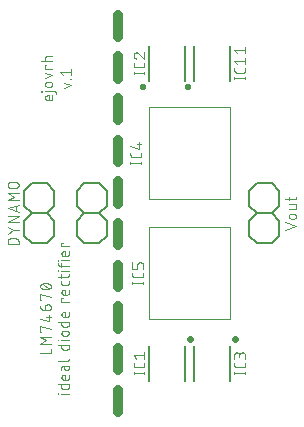
<source format=gbr>
G04 EAGLE Gerber X2 export*
%TF.Part,Single*%
%TF.FileFunction,Legend,Top,1*%
%TF.FilePolarity,Positive*%
%TF.GenerationSoftware,Autodesk,EAGLE,8.6.1*%
%TF.CreationDate,2018-02-11T16:56:18Z*%
G75*
%MOMM*%
%FSLAX34Y34*%
%LPD*%
%AMOC8*
5,1,8,0,0,1.08239X$1,22.5*%
G01*
%ADD10C,0.076200*%
%ADD11C,0.812800*%
%ADD12C,0.127000*%
%ADD13C,0.300000*%
%ADD14C,0.100000*%
%ADD15C,0.152400*%


D10*
X36369Y179959D02*
X27131Y179959D01*
X27131Y182525D01*
X27133Y182623D01*
X27139Y182721D01*
X27148Y182819D01*
X27161Y182917D01*
X27178Y183014D01*
X27198Y183110D01*
X27223Y183205D01*
X27251Y183299D01*
X27282Y183392D01*
X27317Y183484D01*
X27356Y183575D01*
X27397Y183664D01*
X27443Y183751D01*
X27491Y183836D01*
X27543Y183920D01*
X27598Y184001D01*
X27656Y184081D01*
X27717Y184158D01*
X27781Y184232D01*
X27848Y184304D01*
X27918Y184374D01*
X27990Y184441D01*
X28064Y184505D01*
X28141Y184566D01*
X28221Y184624D01*
X28302Y184679D01*
X28386Y184731D01*
X28471Y184779D01*
X28558Y184825D01*
X28647Y184866D01*
X28738Y184905D01*
X28830Y184940D01*
X28923Y184971D01*
X29017Y184999D01*
X29112Y185024D01*
X29208Y185044D01*
X29305Y185061D01*
X29403Y185074D01*
X29501Y185083D01*
X29599Y185089D01*
X29697Y185091D01*
X33803Y185091D01*
X33901Y185089D01*
X33999Y185083D01*
X34097Y185074D01*
X34195Y185061D01*
X34292Y185044D01*
X34388Y185024D01*
X34483Y184999D01*
X34577Y184971D01*
X34670Y184940D01*
X34762Y184905D01*
X34853Y184866D01*
X34942Y184825D01*
X35029Y184779D01*
X35114Y184731D01*
X35198Y184679D01*
X35279Y184624D01*
X35359Y184566D01*
X35436Y184505D01*
X35510Y184441D01*
X35582Y184374D01*
X35652Y184304D01*
X35719Y184232D01*
X35783Y184158D01*
X35844Y184081D01*
X35902Y184001D01*
X35957Y183920D01*
X36009Y183836D01*
X36057Y183751D01*
X36103Y183664D01*
X36144Y183575D01*
X36183Y183484D01*
X36218Y183392D01*
X36249Y183299D01*
X36277Y183205D01*
X36302Y183110D01*
X36322Y183014D01*
X36339Y182917D01*
X36352Y182819D01*
X36361Y182721D01*
X36367Y182623D01*
X36369Y182525D01*
X36369Y179959D01*
X27131Y188746D02*
X31493Y191825D01*
X27131Y194904D01*
X31493Y191825D02*
X36369Y191825D01*
X36369Y198559D02*
X27131Y198559D01*
X36369Y203691D01*
X27131Y203691D01*
X27131Y210425D02*
X36369Y207346D01*
X36369Y213504D02*
X27131Y210425D01*
X34060Y212734D02*
X34060Y208115D01*
X36369Y217246D02*
X27131Y217246D01*
X32263Y220325D01*
X27131Y223404D01*
X36369Y223404D01*
X33803Y227659D02*
X29697Y227659D01*
X29598Y227661D01*
X29498Y227667D01*
X29399Y227676D01*
X29301Y227690D01*
X29203Y227707D01*
X29105Y227728D01*
X29009Y227753D01*
X28914Y227782D01*
X28819Y227814D01*
X28727Y227850D01*
X28635Y227889D01*
X28545Y227932D01*
X28457Y227978D01*
X28371Y228028D01*
X28287Y228081D01*
X28205Y228137D01*
X28125Y228197D01*
X28048Y228259D01*
X27973Y228325D01*
X27900Y228393D01*
X27831Y228464D01*
X27764Y228538D01*
X27700Y228614D01*
X27639Y228693D01*
X27581Y228774D01*
X27526Y228857D01*
X27475Y228942D01*
X27427Y229029D01*
X27382Y229118D01*
X27341Y229209D01*
X27303Y229301D01*
X27269Y229394D01*
X27239Y229489D01*
X27212Y229585D01*
X27189Y229682D01*
X27170Y229779D01*
X27155Y229878D01*
X27143Y229977D01*
X27135Y230076D01*
X27131Y230175D01*
X27131Y230275D01*
X27135Y230374D01*
X27143Y230473D01*
X27155Y230572D01*
X27170Y230671D01*
X27189Y230768D01*
X27212Y230865D01*
X27239Y230961D01*
X27269Y231056D01*
X27303Y231149D01*
X27341Y231241D01*
X27382Y231332D01*
X27427Y231421D01*
X27475Y231508D01*
X27526Y231593D01*
X27581Y231676D01*
X27639Y231757D01*
X27700Y231836D01*
X27764Y231912D01*
X27831Y231986D01*
X27900Y232057D01*
X27973Y232125D01*
X28048Y232191D01*
X28125Y232253D01*
X28205Y232313D01*
X28287Y232369D01*
X28371Y232422D01*
X28457Y232472D01*
X28545Y232518D01*
X28635Y232561D01*
X28727Y232600D01*
X28819Y232636D01*
X28914Y232668D01*
X29009Y232697D01*
X29105Y232722D01*
X29203Y232743D01*
X29301Y232760D01*
X29399Y232774D01*
X29498Y232783D01*
X29598Y232789D01*
X29697Y232791D01*
X33803Y232791D01*
X33902Y232789D01*
X34002Y232783D01*
X34101Y232774D01*
X34199Y232760D01*
X34297Y232743D01*
X34395Y232722D01*
X34491Y232697D01*
X34586Y232668D01*
X34681Y232636D01*
X34773Y232600D01*
X34865Y232561D01*
X34955Y232518D01*
X35043Y232472D01*
X35129Y232422D01*
X35213Y232369D01*
X35295Y232313D01*
X35375Y232253D01*
X35452Y232191D01*
X35527Y232125D01*
X35600Y232057D01*
X35669Y231986D01*
X35736Y231912D01*
X35800Y231836D01*
X35861Y231757D01*
X35919Y231676D01*
X35974Y231593D01*
X36025Y231508D01*
X36073Y231421D01*
X36118Y231332D01*
X36159Y231241D01*
X36197Y231149D01*
X36231Y231056D01*
X36261Y230961D01*
X36288Y230865D01*
X36311Y230768D01*
X36330Y230671D01*
X36345Y230572D01*
X36357Y230473D01*
X36365Y230374D01*
X36369Y230275D01*
X36369Y230175D01*
X36365Y230076D01*
X36357Y229977D01*
X36345Y229878D01*
X36330Y229779D01*
X36311Y229682D01*
X36288Y229585D01*
X36261Y229489D01*
X36231Y229394D01*
X36197Y229301D01*
X36159Y229209D01*
X36118Y229118D01*
X36073Y229029D01*
X36025Y228942D01*
X35974Y228857D01*
X35919Y228774D01*
X35861Y228693D01*
X35800Y228614D01*
X35736Y228538D01*
X35669Y228464D01*
X35600Y228393D01*
X35527Y228325D01*
X35452Y228259D01*
X35375Y228197D01*
X35295Y228137D01*
X35213Y228081D01*
X35129Y228028D01*
X35043Y227978D01*
X34955Y227932D01*
X34865Y227889D01*
X34773Y227850D01*
X34681Y227814D01*
X34586Y227782D01*
X34491Y227753D01*
X34395Y227728D01*
X34297Y227707D01*
X34199Y227690D01*
X34101Y227676D01*
X34002Y227667D01*
X33902Y227661D01*
X33803Y227659D01*
X262081Y192401D02*
X271319Y195480D01*
X262081Y198560D01*
X267213Y201827D02*
X269266Y201827D01*
X267213Y201827D02*
X267123Y201829D01*
X267034Y201835D01*
X266945Y201845D01*
X266857Y201858D01*
X266769Y201876D01*
X266682Y201897D01*
X266596Y201922D01*
X266511Y201951D01*
X266427Y201983D01*
X266345Y202019D01*
X266265Y202059D01*
X266187Y202102D01*
X266110Y202149D01*
X266035Y202198D01*
X265963Y202251D01*
X265893Y202307D01*
X265826Y202366D01*
X265761Y202428D01*
X265699Y202493D01*
X265640Y202560D01*
X265584Y202630D01*
X265531Y202702D01*
X265482Y202777D01*
X265435Y202854D01*
X265392Y202932D01*
X265352Y203012D01*
X265316Y203094D01*
X265284Y203178D01*
X265255Y203263D01*
X265230Y203349D01*
X265209Y203436D01*
X265191Y203524D01*
X265178Y203612D01*
X265168Y203701D01*
X265162Y203790D01*
X265160Y203880D01*
X265162Y203970D01*
X265168Y204059D01*
X265178Y204148D01*
X265191Y204236D01*
X265209Y204324D01*
X265230Y204411D01*
X265255Y204497D01*
X265284Y204582D01*
X265316Y204666D01*
X265352Y204748D01*
X265392Y204828D01*
X265435Y204907D01*
X265482Y204983D01*
X265531Y205058D01*
X265584Y205130D01*
X265640Y205200D01*
X265699Y205267D01*
X265761Y205332D01*
X265826Y205394D01*
X265893Y205453D01*
X265963Y205509D01*
X266035Y205562D01*
X266110Y205611D01*
X266187Y205658D01*
X266265Y205701D01*
X266345Y205741D01*
X266427Y205777D01*
X266511Y205809D01*
X266596Y205838D01*
X266682Y205863D01*
X266769Y205884D01*
X266857Y205902D01*
X266945Y205915D01*
X267034Y205925D01*
X267123Y205931D01*
X267213Y205933D01*
X269266Y205933D01*
X269356Y205931D01*
X269445Y205925D01*
X269534Y205915D01*
X269622Y205902D01*
X269710Y205884D01*
X269797Y205863D01*
X269883Y205838D01*
X269968Y205809D01*
X270052Y205777D01*
X270134Y205741D01*
X270214Y205701D01*
X270293Y205658D01*
X270369Y205611D01*
X270444Y205562D01*
X270516Y205509D01*
X270586Y205453D01*
X270653Y205394D01*
X270718Y205332D01*
X270780Y205267D01*
X270839Y205200D01*
X270895Y205130D01*
X270948Y205058D01*
X270997Y204983D01*
X271044Y204907D01*
X271087Y204828D01*
X271127Y204748D01*
X271163Y204666D01*
X271195Y204582D01*
X271224Y204497D01*
X271249Y204411D01*
X271270Y204324D01*
X271288Y204236D01*
X271301Y204148D01*
X271311Y204059D01*
X271317Y203970D01*
X271319Y203880D01*
X271317Y203790D01*
X271311Y203701D01*
X271301Y203612D01*
X271288Y203524D01*
X271270Y203436D01*
X271249Y203349D01*
X271224Y203263D01*
X271195Y203178D01*
X271163Y203094D01*
X271127Y203012D01*
X271087Y202932D01*
X271044Y202854D01*
X270997Y202777D01*
X270948Y202702D01*
X270895Y202630D01*
X270839Y202560D01*
X270780Y202493D01*
X270718Y202428D01*
X270653Y202366D01*
X270586Y202307D01*
X270516Y202251D01*
X270444Y202198D01*
X270369Y202149D01*
X270293Y202102D01*
X270214Y202059D01*
X270134Y202019D01*
X270052Y201983D01*
X269968Y201951D01*
X269883Y201922D01*
X269797Y201897D01*
X269710Y201876D01*
X269622Y201858D01*
X269534Y201845D01*
X269445Y201835D01*
X269356Y201829D01*
X269266Y201827D01*
X269779Y209927D02*
X265160Y209927D01*
X269779Y209927D02*
X269855Y209929D01*
X269930Y209934D01*
X270005Y209944D01*
X270079Y209957D01*
X270153Y209973D01*
X270226Y209993D01*
X270298Y210017D01*
X270368Y210044D01*
X270437Y210075D01*
X270505Y210109D01*
X270571Y210146D01*
X270635Y210187D01*
X270696Y210230D01*
X270756Y210277D01*
X270813Y210326D01*
X270868Y210378D01*
X270920Y210433D01*
X270969Y210490D01*
X271016Y210550D01*
X271059Y210611D01*
X271100Y210675D01*
X271137Y210741D01*
X271171Y210809D01*
X271202Y210878D01*
X271229Y210948D01*
X271253Y211020D01*
X271273Y211093D01*
X271289Y211167D01*
X271302Y211241D01*
X271312Y211316D01*
X271317Y211391D01*
X271319Y211467D01*
X271319Y214033D01*
X265160Y214033D01*
X265160Y217270D02*
X265160Y220349D01*
X262081Y218296D02*
X269779Y218296D01*
X269855Y218298D01*
X269930Y218303D01*
X270005Y218313D01*
X270079Y218326D01*
X270153Y218342D01*
X270226Y218362D01*
X270298Y218386D01*
X270368Y218413D01*
X270437Y218444D01*
X270505Y218478D01*
X270571Y218515D01*
X270635Y218556D01*
X270696Y218599D01*
X270756Y218646D01*
X270813Y218695D01*
X270868Y218747D01*
X270920Y218802D01*
X270969Y218859D01*
X271016Y218919D01*
X271059Y218980D01*
X271100Y219044D01*
X271137Y219110D01*
X271171Y219178D01*
X271202Y219247D01*
X271229Y219317D01*
X271253Y219389D01*
X271273Y219462D01*
X271289Y219536D01*
X271302Y219610D01*
X271312Y219685D01*
X271317Y219760D01*
X271319Y219836D01*
X271319Y220349D01*
X63794Y87768D02*
X54556Y87768D01*
X63794Y87768D02*
X63794Y91873D01*
X63794Y95637D02*
X54556Y95637D01*
X59688Y98716D01*
X54556Y101796D01*
X63794Y101796D01*
X55582Y106050D02*
X54556Y106050D01*
X54556Y111182D01*
X63794Y108616D01*
X61741Y115050D02*
X54556Y117103D01*
X61741Y115050D02*
X61741Y120182D01*
X59688Y118643D02*
X63794Y118643D01*
X58662Y124050D02*
X58662Y127129D01*
X58664Y127219D01*
X58670Y127308D01*
X58680Y127397D01*
X58693Y127486D01*
X58711Y127573D01*
X58732Y127660D01*
X58757Y127746D01*
X58786Y127831D01*
X58818Y127915D01*
X58854Y127997D01*
X58894Y128077D01*
X58937Y128156D01*
X58984Y128232D01*
X59033Y128307D01*
X59086Y128379D01*
X59142Y128449D01*
X59201Y128516D01*
X59263Y128581D01*
X59328Y128643D01*
X59395Y128702D01*
X59465Y128758D01*
X59537Y128811D01*
X59612Y128860D01*
X59689Y128907D01*
X59767Y128950D01*
X59847Y128990D01*
X59929Y129026D01*
X60013Y129058D01*
X60098Y129087D01*
X60184Y129112D01*
X60271Y129133D01*
X60359Y129151D01*
X60447Y129164D01*
X60536Y129174D01*
X60625Y129180D01*
X60715Y129182D01*
X61228Y129182D01*
X61327Y129180D01*
X61427Y129174D01*
X61526Y129165D01*
X61624Y129151D01*
X61722Y129134D01*
X61820Y129113D01*
X61916Y129088D01*
X62011Y129059D01*
X62106Y129027D01*
X62198Y128991D01*
X62290Y128952D01*
X62380Y128909D01*
X62468Y128863D01*
X62554Y128813D01*
X62638Y128760D01*
X62720Y128704D01*
X62800Y128644D01*
X62877Y128582D01*
X62952Y128516D01*
X63025Y128448D01*
X63094Y128377D01*
X63161Y128303D01*
X63225Y128227D01*
X63286Y128148D01*
X63344Y128067D01*
X63399Y127984D01*
X63450Y127899D01*
X63498Y127812D01*
X63543Y127723D01*
X63584Y127632D01*
X63622Y127540D01*
X63656Y127447D01*
X63686Y127352D01*
X63713Y127256D01*
X63736Y127159D01*
X63755Y127062D01*
X63770Y126963D01*
X63782Y126864D01*
X63790Y126765D01*
X63794Y126666D01*
X63794Y126566D01*
X63790Y126467D01*
X63782Y126368D01*
X63770Y126269D01*
X63755Y126170D01*
X63736Y126073D01*
X63713Y125976D01*
X63686Y125880D01*
X63656Y125785D01*
X63622Y125692D01*
X63584Y125600D01*
X63543Y125509D01*
X63498Y125420D01*
X63450Y125333D01*
X63399Y125248D01*
X63344Y125165D01*
X63286Y125084D01*
X63225Y125005D01*
X63161Y124929D01*
X63094Y124855D01*
X63025Y124784D01*
X62952Y124716D01*
X62877Y124650D01*
X62800Y124588D01*
X62720Y124528D01*
X62638Y124472D01*
X62554Y124419D01*
X62468Y124369D01*
X62380Y124323D01*
X62290Y124280D01*
X62198Y124241D01*
X62106Y124205D01*
X62011Y124173D01*
X61916Y124144D01*
X61820Y124119D01*
X61722Y124098D01*
X61624Y124081D01*
X61526Y124067D01*
X61427Y124058D01*
X61327Y124052D01*
X61228Y124050D01*
X58662Y124050D01*
X58536Y124052D01*
X58409Y124058D01*
X58283Y124068D01*
X58157Y124081D01*
X58032Y124099D01*
X57908Y124120D01*
X57784Y124145D01*
X57660Y124174D01*
X57538Y124207D01*
X57417Y124243D01*
X57297Y124283D01*
X57179Y124327D01*
X57062Y124375D01*
X56946Y124426D01*
X56832Y124480D01*
X56719Y124539D01*
X56609Y124600D01*
X56500Y124665D01*
X56394Y124733D01*
X56290Y124805D01*
X56188Y124879D01*
X56088Y124957D01*
X55991Y125038D01*
X55896Y125122D01*
X55804Y125208D01*
X55714Y125298D01*
X55628Y125390D01*
X55544Y125485D01*
X55463Y125582D01*
X55385Y125682D01*
X55311Y125784D01*
X55239Y125888D01*
X55171Y125994D01*
X55106Y126103D01*
X55045Y126213D01*
X54986Y126326D01*
X54932Y126440D01*
X54881Y126555D01*
X54833Y126673D01*
X54789Y126791D01*
X54749Y126911D01*
X54713Y127032D01*
X54680Y127154D01*
X54651Y127278D01*
X54626Y127401D01*
X54605Y127526D01*
X54587Y127651D01*
X54574Y127777D01*
X54564Y127903D01*
X54558Y128029D01*
X54556Y128156D01*
X54556Y133050D02*
X55582Y133050D01*
X54556Y133050D02*
X54556Y138182D01*
X63794Y135616D01*
X59175Y142050D02*
X58993Y142052D01*
X58812Y142059D01*
X58630Y142070D01*
X58449Y142085D01*
X58268Y142104D01*
X58088Y142128D01*
X57909Y142156D01*
X57730Y142188D01*
X57552Y142225D01*
X57375Y142266D01*
X57199Y142311D01*
X57024Y142360D01*
X56850Y142414D01*
X56678Y142471D01*
X56507Y142533D01*
X56337Y142599D01*
X56169Y142668D01*
X56003Y142742D01*
X55839Y142820D01*
X55760Y142849D01*
X55683Y142881D01*
X55606Y142917D01*
X55532Y142956D01*
X55459Y142999D01*
X55389Y143045D01*
X55320Y143093D01*
X55254Y143145D01*
X55190Y143200D01*
X55128Y143257D01*
X55070Y143317D01*
X55013Y143380D01*
X54960Y143445D01*
X54910Y143512D01*
X54862Y143582D01*
X54818Y143653D01*
X54777Y143727D01*
X54739Y143802D01*
X54705Y143879D01*
X54674Y143957D01*
X54647Y144036D01*
X54623Y144117D01*
X54602Y144199D01*
X54586Y144281D01*
X54573Y144364D01*
X54563Y144448D01*
X54558Y144532D01*
X54556Y144616D01*
X54558Y144700D01*
X54563Y144784D01*
X54573Y144868D01*
X54586Y144951D01*
X54602Y145033D01*
X54623Y145115D01*
X54647Y145196D01*
X54674Y145275D01*
X54705Y145353D01*
X54739Y145430D01*
X54777Y145505D01*
X54818Y145579D01*
X54862Y145650D01*
X54910Y145720D01*
X54960Y145787D01*
X55013Y145852D01*
X55070Y145915D01*
X55129Y145975D01*
X55190Y146032D01*
X55254Y146087D01*
X55320Y146139D01*
X55389Y146187D01*
X55459Y146233D01*
X55532Y146276D01*
X55607Y146315D01*
X55683Y146351D01*
X55760Y146383D01*
X55839Y146412D01*
X55839Y146413D02*
X56003Y146491D01*
X56169Y146565D01*
X56337Y146634D01*
X56507Y146700D01*
X56678Y146762D01*
X56850Y146819D01*
X57024Y146873D01*
X57199Y146922D01*
X57375Y146967D01*
X57552Y147008D01*
X57730Y147045D01*
X57909Y147077D01*
X58088Y147105D01*
X58268Y147129D01*
X58449Y147148D01*
X58630Y147163D01*
X58812Y147174D01*
X58993Y147181D01*
X59175Y147183D01*
X59175Y142050D02*
X59357Y142052D01*
X59538Y142059D01*
X59720Y142070D01*
X59901Y142085D01*
X60082Y142104D01*
X60262Y142128D01*
X60441Y142156D01*
X60620Y142188D01*
X60798Y142225D01*
X60975Y142266D01*
X61151Y142311D01*
X61326Y142360D01*
X61500Y142414D01*
X61672Y142471D01*
X61843Y142533D01*
X62013Y142599D01*
X62181Y142668D01*
X62347Y142742D01*
X62511Y142820D01*
X62590Y142849D01*
X62667Y142881D01*
X62744Y142917D01*
X62818Y142956D01*
X62891Y142999D01*
X62961Y143045D01*
X63030Y143093D01*
X63096Y143145D01*
X63160Y143200D01*
X63222Y143257D01*
X63280Y143317D01*
X63337Y143380D01*
X63390Y143445D01*
X63440Y143512D01*
X63488Y143582D01*
X63532Y143653D01*
X63573Y143727D01*
X63611Y143802D01*
X63645Y143879D01*
X63676Y143957D01*
X63703Y144036D01*
X63727Y144117D01*
X63748Y144199D01*
X63764Y144281D01*
X63777Y144364D01*
X63787Y144448D01*
X63792Y144532D01*
X63794Y144616D01*
X62511Y146413D02*
X62347Y146491D01*
X62181Y146565D01*
X62013Y146634D01*
X61843Y146700D01*
X61672Y146762D01*
X61500Y146819D01*
X61326Y146873D01*
X61151Y146922D01*
X60975Y146967D01*
X60798Y147008D01*
X60620Y147045D01*
X60441Y147077D01*
X60262Y147105D01*
X60082Y147129D01*
X59901Y147148D01*
X59720Y147163D01*
X59538Y147174D01*
X59357Y147181D01*
X59175Y147183D01*
X62511Y146412D02*
X62590Y146383D01*
X62667Y146351D01*
X62744Y146315D01*
X62818Y146276D01*
X62891Y146233D01*
X62961Y146187D01*
X63030Y146139D01*
X63096Y146087D01*
X63160Y146032D01*
X63222Y145975D01*
X63280Y145915D01*
X63337Y145852D01*
X63390Y145787D01*
X63440Y145720D01*
X63488Y145650D01*
X63532Y145579D01*
X63573Y145505D01*
X63611Y145430D01*
X63645Y145353D01*
X63676Y145275D01*
X63703Y145196D01*
X63727Y145115D01*
X63748Y145033D01*
X63764Y144951D01*
X63777Y144868D01*
X63787Y144784D01*
X63792Y144700D01*
X63794Y144616D01*
X61741Y142563D02*
X56609Y146669D01*
X72635Y53765D02*
X78794Y53765D01*
X70069Y53508D02*
X69556Y53508D01*
X69556Y54021D01*
X70069Y54021D01*
X70069Y53508D01*
X69556Y61472D02*
X78794Y61472D01*
X78794Y58906D01*
X78792Y58828D01*
X78786Y58750D01*
X78776Y58673D01*
X78762Y58596D01*
X78745Y58520D01*
X78723Y58445D01*
X78698Y58371D01*
X78669Y58299D01*
X78637Y58228D01*
X78600Y58159D01*
X78561Y58091D01*
X78518Y58026D01*
X78472Y57963D01*
X78422Y57903D01*
X78370Y57845D01*
X78315Y57790D01*
X78257Y57738D01*
X78197Y57688D01*
X78134Y57642D01*
X78069Y57599D01*
X78001Y57560D01*
X77932Y57523D01*
X77861Y57491D01*
X77789Y57462D01*
X77715Y57437D01*
X77640Y57415D01*
X77564Y57398D01*
X77487Y57384D01*
X77410Y57374D01*
X77332Y57368D01*
X77254Y57366D01*
X77254Y57367D02*
X74175Y57367D01*
X74175Y57366D02*
X74099Y57368D01*
X74024Y57373D01*
X73949Y57383D01*
X73875Y57396D01*
X73801Y57412D01*
X73728Y57432D01*
X73656Y57456D01*
X73586Y57483D01*
X73517Y57514D01*
X73449Y57548D01*
X73383Y57585D01*
X73319Y57626D01*
X73258Y57669D01*
X73198Y57716D01*
X73141Y57765D01*
X73086Y57817D01*
X73034Y57872D01*
X72985Y57929D01*
X72938Y57989D01*
X72895Y58050D01*
X72854Y58114D01*
X72817Y58180D01*
X72783Y58248D01*
X72752Y58317D01*
X72725Y58387D01*
X72701Y58459D01*
X72681Y58532D01*
X72665Y58606D01*
X72652Y58680D01*
X72642Y58755D01*
X72637Y58830D01*
X72635Y58906D01*
X72635Y61472D01*
X78794Y67052D02*
X78794Y69618D01*
X78794Y67052D02*
X78792Y66974D01*
X78786Y66896D01*
X78776Y66819D01*
X78762Y66742D01*
X78745Y66666D01*
X78723Y66591D01*
X78698Y66517D01*
X78669Y66445D01*
X78637Y66374D01*
X78600Y66305D01*
X78561Y66237D01*
X78518Y66172D01*
X78472Y66109D01*
X78422Y66049D01*
X78370Y65991D01*
X78315Y65936D01*
X78257Y65884D01*
X78197Y65834D01*
X78134Y65788D01*
X78069Y65745D01*
X78001Y65706D01*
X77932Y65669D01*
X77861Y65637D01*
X77789Y65608D01*
X77715Y65583D01*
X77640Y65561D01*
X77564Y65544D01*
X77487Y65530D01*
X77410Y65520D01*
X77332Y65514D01*
X77254Y65512D01*
X74688Y65512D01*
X74598Y65514D01*
X74509Y65520D01*
X74420Y65530D01*
X74332Y65543D01*
X74244Y65561D01*
X74157Y65582D01*
X74071Y65607D01*
X73986Y65636D01*
X73902Y65668D01*
X73820Y65704D01*
X73740Y65744D01*
X73662Y65787D01*
X73585Y65834D01*
X73510Y65883D01*
X73438Y65936D01*
X73368Y65992D01*
X73301Y66051D01*
X73236Y66113D01*
X73174Y66178D01*
X73115Y66245D01*
X73059Y66315D01*
X73006Y66387D01*
X72957Y66462D01*
X72910Y66539D01*
X72867Y66617D01*
X72827Y66697D01*
X72791Y66779D01*
X72759Y66863D01*
X72730Y66948D01*
X72705Y67034D01*
X72684Y67121D01*
X72666Y67209D01*
X72653Y67297D01*
X72643Y67386D01*
X72637Y67475D01*
X72635Y67565D01*
X72637Y67655D01*
X72643Y67744D01*
X72653Y67833D01*
X72666Y67921D01*
X72684Y68009D01*
X72705Y68096D01*
X72730Y68182D01*
X72759Y68267D01*
X72791Y68351D01*
X72827Y68433D01*
X72867Y68513D01*
X72910Y68592D01*
X72957Y68668D01*
X73006Y68743D01*
X73059Y68815D01*
X73115Y68885D01*
X73174Y68952D01*
X73236Y69017D01*
X73301Y69079D01*
X73368Y69138D01*
X73438Y69194D01*
X73510Y69247D01*
X73585Y69296D01*
X73662Y69343D01*
X73740Y69386D01*
X73820Y69426D01*
X73902Y69462D01*
X73986Y69494D01*
X74071Y69523D01*
X74157Y69548D01*
X74244Y69569D01*
X74332Y69587D01*
X74420Y69600D01*
X74509Y69610D01*
X74598Y69616D01*
X74688Y69618D01*
X75715Y69618D01*
X75715Y65512D01*
X75201Y75063D02*
X75201Y77372D01*
X75202Y75063D02*
X75204Y74980D01*
X75210Y74897D01*
X75219Y74815D01*
X75233Y74733D01*
X75250Y74652D01*
X75271Y74572D01*
X75295Y74492D01*
X75323Y74414D01*
X75355Y74338D01*
X75390Y74262D01*
X75429Y74189D01*
X75471Y74118D01*
X75516Y74048D01*
X75565Y73981D01*
X75616Y73916D01*
X75671Y73853D01*
X75728Y73793D01*
X75788Y73736D01*
X75851Y73681D01*
X75916Y73630D01*
X75983Y73581D01*
X76053Y73536D01*
X76124Y73494D01*
X76197Y73455D01*
X76273Y73420D01*
X76349Y73388D01*
X76427Y73360D01*
X76507Y73336D01*
X76587Y73315D01*
X76668Y73298D01*
X76750Y73284D01*
X76832Y73275D01*
X76915Y73269D01*
X76998Y73267D01*
X77081Y73269D01*
X77164Y73275D01*
X77246Y73284D01*
X77328Y73298D01*
X77409Y73315D01*
X77489Y73336D01*
X77569Y73360D01*
X77647Y73388D01*
X77723Y73420D01*
X77799Y73455D01*
X77872Y73494D01*
X77943Y73536D01*
X78013Y73581D01*
X78080Y73630D01*
X78145Y73681D01*
X78208Y73736D01*
X78268Y73793D01*
X78325Y73853D01*
X78380Y73916D01*
X78431Y73981D01*
X78480Y74048D01*
X78525Y74118D01*
X78567Y74189D01*
X78606Y74262D01*
X78641Y74338D01*
X78673Y74414D01*
X78701Y74492D01*
X78725Y74572D01*
X78746Y74652D01*
X78763Y74733D01*
X78777Y74815D01*
X78786Y74897D01*
X78792Y74980D01*
X78794Y75063D01*
X78794Y77372D01*
X74175Y77372D01*
X74175Y77373D02*
X74097Y77371D01*
X74019Y77365D01*
X73942Y77355D01*
X73865Y77341D01*
X73789Y77324D01*
X73714Y77302D01*
X73640Y77277D01*
X73568Y77248D01*
X73497Y77216D01*
X73428Y77179D01*
X73360Y77140D01*
X73295Y77097D01*
X73232Y77051D01*
X73172Y77001D01*
X73114Y76949D01*
X73059Y76894D01*
X73007Y76836D01*
X72957Y76776D01*
X72911Y76713D01*
X72868Y76648D01*
X72829Y76580D01*
X72792Y76511D01*
X72760Y76440D01*
X72731Y76368D01*
X72706Y76294D01*
X72684Y76219D01*
X72667Y76143D01*
X72653Y76066D01*
X72643Y75989D01*
X72637Y75911D01*
X72635Y75833D01*
X72635Y73780D01*
X69556Y81534D02*
X77254Y81534D01*
X77330Y81536D01*
X77405Y81541D01*
X77480Y81551D01*
X77554Y81564D01*
X77628Y81580D01*
X77701Y81600D01*
X77773Y81624D01*
X77843Y81651D01*
X77912Y81682D01*
X77980Y81716D01*
X78046Y81753D01*
X78110Y81794D01*
X78171Y81837D01*
X78231Y81884D01*
X78288Y81933D01*
X78343Y81985D01*
X78395Y82040D01*
X78444Y82097D01*
X78491Y82157D01*
X78534Y82218D01*
X78575Y82282D01*
X78612Y82348D01*
X78646Y82416D01*
X78677Y82485D01*
X78704Y82555D01*
X78728Y82627D01*
X78748Y82700D01*
X78764Y82774D01*
X78777Y82848D01*
X78787Y82923D01*
X78792Y82998D01*
X78794Y83074D01*
X78794Y95072D02*
X69556Y95072D01*
X78794Y95072D02*
X78794Y92506D01*
X78792Y92428D01*
X78786Y92350D01*
X78776Y92273D01*
X78762Y92196D01*
X78745Y92120D01*
X78723Y92045D01*
X78698Y91971D01*
X78669Y91899D01*
X78637Y91828D01*
X78600Y91759D01*
X78561Y91691D01*
X78518Y91626D01*
X78472Y91563D01*
X78422Y91503D01*
X78370Y91445D01*
X78315Y91390D01*
X78257Y91338D01*
X78197Y91288D01*
X78134Y91242D01*
X78069Y91199D01*
X78001Y91160D01*
X77932Y91123D01*
X77861Y91091D01*
X77789Y91062D01*
X77715Y91037D01*
X77640Y91015D01*
X77564Y90998D01*
X77487Y90984D01*
X77410Y90974D01*
X77332Y90968D01*
X77254Y90966D01*
X77254Y90967D02*
X74175Y90967D01*
X74175Y90966D02*
X74099Y90968D01*
X74024Y90973D01*
X73949Y90983D01*
X73875Y90996D01*
X73801Y91012D01*
X73728Y91032D01*
X73656Y91056D01*
X73586Y91083D01*
X73517Y91114D01*
X73449Y91148D01*
X73383Y91185D01*
X73319Y91226D01*
X73258Y91269D01*
X73198Y91316D01*
X73141Y91365D01*
X73086Y91417D01*
X73034Y91472D01*
X72985Y91529D01*
X72938Y91589D01*
X72895Y91650D01*
X72854Y91714D01*
X72817Y91780D01*
X72783Y91848D01*
X72752Y91917D01*
X72725Y91987D01*
X72701Y92059D01*
X72681Y92132D01*
X72665Y92206D01*
X72652Y92280D01*
X72642Y92355D01*
X72637Y92430D01*
X72635Y92506D01*
X72635Y95072D01*
X72635Y99065D02*
X78794Y99065D01*
X70069Y98808D02*
X69556Y98808D01*
X69556Y99321D01*
X70069Y99321D01*
X70069Y98808D01*
X74688Y102712D02*
X76741Y102712D01*
X74688Y102712D02*
X74598Y102714D01*
X74509Y102720D01*
X74420Y102730D01*
X74332Y102743D01*
X74244Y102761D01*
X74157Y102782D01*
X74071Y102807D01*
X73986Y102836D01*
X73902Y102868D01*
X73820Y102904D01*
X73740Y102944D01*
X73662Y102987D01*
X73585Y103034D01*
X73510Y103083D01*
X73438Y103136D01*
X73368Y103192D01*
X73301Y103251D01*
X73236Y103313D01*
X73174Y103378D01*
X73115Y103445D01*
X73059Y103515D01*
X73006Y103587D01*
X72957Y103662D01*
X72910Y103739D01*
X72867Y103817D01*
X72827Y103897D01*
X72791Y103979D01*
X72759Y104063D01*
X72730Y104148D01*
X72705Y104234D01*
X72684Y104321D01*
X72666Y104409D01*
X72653Y104497D01*
X72643Y104586D01*
X72637Y104675D01*
X72635Y104765D01*
X72637Y104855D01*
X72643Y104944D01*
X72653Y105033D01*
X72666Y105121D01*
X72684Y105209D01*
X72705Y105296D01*
X72730Y105382D01*
X72759Y105467D01*
X72791Y105551D01*
X72827Y105633D01*
X72867Y105713D01*
X72910Y105792D01*
X72957Y105868D01*
X73006Y105943D01*
X73059Y106015D01*
X73115Y106085D01*
X73174Y106152D01*
X73236Y106217D01*
X73301Y106279D01*
X73368Y106338D01*
X73438Y106394D01*
X73510Y106447D01*
X73585Y106496D01*
X73662Y106543D01*
X73740Y106586D01*
X73820Y106626D01*
X73902Y106662D01*
X73986Y106694D01*
X74071Y106723D01*
X74157Y106748D01*
X74244Y106769D01*
X74332Y106787D01*
X74420Y106800D01*
X74509Y106810D01*
X74598Y106816D01*
X74688Y106818D01*
X74688Y106817D02*
X76741Y106817D01*
X76741Y106818D02*
X76831Y106816D01*
X76920Y106810D01*
X77009Y106800D01*
X77097Y106787D01*
X77185Y106769D01*
X77272Y106748D01*
X77358Y106723D01*
X77443Y106694D01*
X77527Y106662D01*
X77609Y106626D01*
X77689Y106586D01*
X77768Y106543D01*
X77844Y106496D01*
X77919Y106447D01*
X77991Y106394D01*
X78061Y106338D01*
X78128Y106279D01*
X78193Y106217D01*
X78255Y106152D01*
X78314Y106085D01*
X78370Y106015D01*
X78423Y105943D01*
X78472Y105868D01*
X78519Y105792D01*
X78562Y105713D01*
X78602Y105633D01*
X78638Y105551D01*
X78670Y105467D01*
X78699Y105382D01*
X78724Y105296D01*
X78745Y105209D01*
X78763Y105121D01*
X78776Y105033D01*
X78786Y104944D01*
X78792Y104855D01*
X78794Y104765D01*
X78792Y104675D01*
X78786Y104586D01*
X78776Y104497D01*
X78763Y104409D01*
X78745Y104321D01*
X78724Y104234D01*
X78699Y104148D01*
X78670Y104063D01*
X78638Y103979D01*
X78602Y103897D01*
X78562Y103817D01*
X78519Y103739D01*
X78472Y103662D01*
X78423Y103587D01*
X78370Y103515D01*
X78314Y103445D01*
X78255Y103378D01*
X78193Y103313D01*
X78128Y103251D01*
X78061Y103192D01*
X77991Y103136D01*
X77919Y103083D01*
X77844Y103034D01*
X77768Y102987D01*
X77689Y102944D01*
X77609Y102904D01*
X77527Y102868D01*
X77443Y102836D01*
X77358Y102807D01*
X77272Y102782D01*
X77185Y102761D01*
X77097Y102743D01*
X77009Y102730D01*
X76920Y102720D01*
X76831Y102714D01*
X76741Y102712D01*
X78794Y114572D02*
X69556Y114572D01*
X78794Y114572D02*
X78794Y112006D01*
X78792Y111928D01*
X78786Y111850D01*
X78776Y111773D01*
X78762Y111696D01*
X78745Y111620D01*
X78723Y111545D01*
X78698Y111471D01*
X78669Y111399D01*
X78637Y111328D01*
X78600Y111259D01*
X78561Y111191D01*
X78518Y111126D01*
X78472Y111063D01*
X78422Y111003D01*
X78370Y110945D01*
X78315Y110890D01*
X78257Y110838D01*
X78197Y110788D01*
X78134Y110742D01*
X78069Y110699D01*
X78001Y110660D01*
X77932Y110623D01*
X77861Y110591D01*
X77789Y110562D01*
X77715Y110537D01*
X77640Y110515D01*
X77564Y110498D01*
X77487Y110484D01*
X77410Y110474D01*
X77332Y110468D01*
X77254Y110466D01*
X74175Y110466D01*
X74099Y110468D01*
X74024Y110473D01*
X73949Y110483D01*
X73875Y110496D01*
X73801Y110512D01*
X73728Y110532D01*
X73656Y110556D01*
X73586Y110583D01*
X73517Y110614D01*
X73449Y110648D01*
X73383Y110685D01*
X73319Y110726D01*
X73258Y110769D01*
X73198Y110816D01*
X73141Y110865D01*
X73086Y110917D01*
X73034Y110972D01*
X72985Y111029D01*
X72938Y111089D01*
X72895Y111150D01*
X72854Y111214D01*
X72817Y111280D01*
X72783Y111348D01*
X72752Y111417D01*
X72725Y111487D01*
X72701Y111559D01*
X72681Y111632D01*
X72665Y111706D01*
X72652Y111780D01*
X72642Y111855D01*
X72637Y111930D01*
X72635Y112006D01*
X72635Y114572D01*
X78794Y120151D02*
X78794Y122717D01*
X78794Y120151D02*
X78792Y120073D01*
X78786Y119995D01*
X78776Y119918D01*
X78762Y119841D01*
X78745Y119765D01*
X78723Y119690D01*
X78698Y119616D01*
X78669Y119544D01*
X78637Y119473D01*
X78600Y119404D01*
X78561Y119336D01*
X78518Y119271D01*
X78472Y119208D01*
X78422Y119148D01*
X78370Y119090D01*
X78315Y119035D01*
X78257Y118983D01*
X78197Y118933D01*
X78134Y118887D01*
X78069Y118844D01*
X78001Y118805D01*
X77932Y118768D01*
X77861Y118736D01*
X77789Y118707D01*
X77715Y118682D01*
X77640Y118660D01*
X77564Y118643D01*
X77487Y118629D01*
X77410Y118619D01*
X77332Y118613D01*
X77254Y118611D01*
X77254Y118612D02*
X74688Y118612D01*
X74598Y118614D01*
X74509Y118620D01*
X74420Y118630D01*
X74332Y118643D01*
X74244Y118661D01*
X74157Y118682D01*
X74071Y118707D01*
X73986Y118736D01*
X73902Y118768D01*
X73820Y118804D01*
X73740Y118844D01*
X73662Y118887D01*
X73585Y118934D01*
X73510Y118983D01*
X73438Y119036D01*
X73368Y119092D01*
X73301Y119151D01*
X73236Y119213D01*
X73174Y119278D01*
X73115Y119345D01*
X73059Y119415D01*
X73006Y119487D01*
X72957Y119562D01*
X72910Y119639D01*
X72867Y119717D01*
X72827Y119797D01*
X72791Y119879D01*
X72759Y119963D01*
X72730Y120048D01*
X72705Y120134D01*
X72684Y120221D01*
X72666Y120309D01*
X72653Y120397D01*
X72643Y120486D01*
X72637Y120575D01*
X72635Y120665D01*
X72637Y120755D01*
X72643Y120844D01*
X72653Y120933D01*
X72666Y121021D01*
X72684Y121109D01*
X72705Y121196D01*
X72730Y121282D01*
X72759Y121367D01*
X72791Y121451D01*
X72827Y121533D01*
X72867Y121613D01*
X72910Y121692D01*
X72957Y121768D01*
X73006Y121843D01*
X73059Y121915D01*
X73115Y121985D01*
X73174Y122052D01*
X73236Y122117D01*
X73301Y122179D01*
X73368Y122238D01*
X73438Y122294D01*
X73510Y122347D01*
X73585Y122396D01*
X73662Y122443D01*
X73740Y122486D01*
X73820Y122526D01*
X73902Y122562D01*
X73986Y122594D01*
X74071Y122623D01*
X74157Y122648D01*
X74244Y122669D01*
X74332Y122687D01*
X74420Y122700D01*
X74509Y122710D01*
X74598Y122716D01*
X74688Y122718D01*
X74688Y122717D02*
X75715Y122717D01*
X75715Y118612D01*
X78794Y131563D02*
X72635Y131563D01*
X72635Y134642D01*
X73662Y134642D01*
X78794Y139051D02*
X78794Y141617D01*
X78794Y139051D02*
X78792Y138973D01*
X78786Y138895D01*
X78776Y138818D01*
X78762Y138741D01*
X78745Y138665D01*
X78723Y138590D01*
X78698Y138516D01*
X78669Y138444D01*
X78637Y138373D01*
X78600Y138304D01*
X78561Y138236D01*
X78518Y138171D01*
X78472Y138108D01*
X78422Y138048D01*
X78370Y137990D01*
X78315Y137935D01*
X78257Y137883D01*
X78197Y137833D01*
X78134Y137787D01*
X78069Y137744D01*
X78001Y137705D01*
X77932Y137668D01*
X77861Y137636D01*
X77789Y137607D01*
X77715Y137582D01*
X77640Y137560D01*
X77564Y137543D01*
X77487Y137529D01*
X77410Y137519D01*
X77332Y137513D01*
X77254Y137511D01*
X77254Y137512D02*
X74688Y137512D01*
X74598Y137514D01*
X74509Y137520D01*
X74420Y137530D01*
X74332Y137543D01*
X74244Y137561D01*
X74157Y137582D01*
X74071Y137607D01*
X73986Y137636D01*
X73902Y137668D01*
X73820Y137704D01*
X73740Y137744D01*
X73662Y137787D01*
X73585Y137834D01*
X73510Y137883D01*
X73438Y137936D01*
X73368Y137992D01*
X73301Y138051D01*
X73236Y138113D01*
X73174Y138178D01*
X73115Y138245D01*
X73059Y138315D01*
X73006Y138387D01*
X72957Y138462D01*
X72910Y138539D01*
X72867Y138617D01*
X72827Y138697D01*
X72791Y138779D01*
X72759Y138863D01*
X72730Y138948D01*
X72705Y139034D01*
X72684Y139121D01*
X72666Y139209D01*
X72653Y139297D01*
X72643Y139386D01*
X72637Y139475D01*
X72635Y139565D01*
X72637Y139655D01*
X72643Y139744D01*
X72653Y139833D01*
X72666Y139921D01*
X72684Y140009D01*
X72705Y140096D01*
X72730Y140182D01*
X72759Y140267D01*
X72791Y140351D01*
X72827Y140433D01*
X72867Y140513D01*
X72910Y140592D01*
X72957Y140668D01*
X73006Y140743D01*
X73059Y140815D01*
X73115Y140885D01*
X73174Y140952D01*
X73236Y141017D01*
X73301Y141079D01*
X73368Y141138D01*
X73438Y141194D01*
X73510Y141247D01*
X73585Y141296D01*
X73662Y141343D01*
X73740Y141386D01*
X73820Y141426D01*
X73902Y141462D01*
X73986Y141494D01*
X74071Y141523D01*
X74157Y141548D01*
X74244Y141569D01*
X74332Y141587D01*
X74420Y141600D01*
X74509Y141610D01*
X74598Y141616D01*
X74688Y141618D01*
X74688Y141617D02*
X75715Y141617D01*
X75715Y137512D01*
X78794Y146862D02*
X78794Y148914D01*
X78794Y146862D02*
X78792Y146784D01*
X78786Y146706D01*
X78776Y146629D01*
X78762Y146552D01*
X78745Y146476D01*
X78723Y146401D01*
X78698Y146327D01*
X78669Y146255D01*
X78637Y146184D01*
X78600Y146115D01*
X78561Y146047D01*
X78518Y145982D01*
X78472Y145919D01*
X78422Y145859D01*
X78370Y145801D01*
X78315Y145746D01*
X78257Y145694D01*
X78197Y145644D01*
X78134Y145598D01*
X78069Y145555D01*
X78001Y145516D01*
X77932Y145479D01*
X77861Y145447D01*
X77789Y145418D01*
X77715Y145393D01*
X77640Y145371D01*
X77564Y145354D01*
X77487Y145340D01*
X77410Y145330D01*
X77332Y145324D01*
X77254Y145322D01*
X74175Y145322D01*
X74099Y145324D01*
X74024Y145329D01*
X73949Y145339D01*
X73875Y145352D01*
X73801Y145368D01*
X73728Y145388D01*
X73656Y145412D01*
X73586Y145439D01*
X73517Y145470D01*
X73449Y145504D01*
X73383Y145541D01*
X73319Y145582D01*
X73258Y145625D01*
X73198Y145672D01*
X73141Y145721D01*
X73086Y145773D01*
X73034Y145828D01*
X72985Y145885D01*
X72938Y145945D01*
X72895Y146006D01*
X72854Y146070D01*
X72817Y146136D01*
X72783Y146204D01*
X72752Y146273D01*
X72725Y146343D01*
X72701Y146415D01*
X72681Y146488D01*
X72665Y146562D01*
X72652Y146636D01*
X72642Y146711D01*
X72637Y146786D01*
X72635Y146862D01*
X72635Y148914D01*
X72635Y151454D02*
X72635Y154533D01*
X69556Y152480D02*
X77254Y152480D01*
X77330Y152482D01*
X77405Y152487D01*
X77480Y152497D01*
X77554Y152510D01*
X77628Y152526D01*
X77701Y152546D01*
X77773Y152570D01*
X77843Y152597D01*
X77912Y152628D01*
X77980Y152662D01*
X78046Y152699D01*
X78110Y152740D01*
X78171Y152783D01*
X78231Y152830D01*
X78288Y152879D01*
X78343Y152931D01*
X78395Y152986D01*
X78444Y153043D01*
X78491Y153103D01*
X78534Y153164D01*
X78575Y153228D01*
X78612Y153294D01*
X78646Y153362D01*
X78677Y153431D01*
X78704Y153501D01*
X78728Y153573D01*
X78748Y153646D01*
X78764Y153720D01*
X78777Y153794D01*
X78787Y153869D01*
X78792Y153944D01*
X78794Y154020D01*
X78794Y154533D01*
X78794Y157864D02*
X72635Y157864D01*
X70069Y157608D02*
X69556Y157608D01*
X69556Y158121D01*
X70069Y158121D01*
X70069Y157608D01*
X71096Y162007D02*
X78794Y162007D01*
X71096Y162007D02*
X71018Y162009D01*
X70940Y162015D01*
X70863Y162025D01*
X70786Y162039D01*
X70710Y162056D01*
X70635Y162078D01*
X70561Y162103D01*
X70489Y162132D01*
X70418Y162164D01*
X70349Y162201D01*
X70281Y162240D01*
X70216Y162283D01*
X70153Y162329D01*
X70093Y162379D01*
X70035Y162431D01*
X69980Y162486D01*
X69928Y162544D01*
X69878Y162604D01*
X69832Y162667D01*
X69789Y162732D01*
X69750Y162800D01*
X69713Y162869D01*
X69681Y162940D01*
X69652Y163012D01*
X69627Y163086D01*
X69605Y163161D01*
X69588Y163237D01*
X69574Y163314D01*
X69564Y163391D01*
X69558Y163469D01*
X69556Y163547D01*
X69556Y164060D01*
X72635Y164060D02*
X72635Y160981D01*
X72635Y166564D02*
X78794Y166564D01*
X70069Y166308D02*
X69556Y166308D01*
X69556Y166821D01*
X70069Y166821D01*
X70069Y166308D01*
X78794Y171751D02*
X78794Y174317D01*
X78794Y171751D02*
X78792Y171673D01*
X78786Y171595D01*
X78776Y171518D01*
X78762Y171441D01*
X78745Y171365D01*
X78723Y171290D01*
X78698Y171216D01*
X78669Y171144D01*
X78637Y171073D01*
X78600Y171004D01*
X78561Y170936D01*
X78518Y170871D01*
X78472Y170808D01*
X78422Y170748D01*
X78370Y170690D01*
X78315Y170635D01*
X78257Y170583D01*
X78197Y170533D01*
X78134Y170487D01*
X78069Y170444D01*
X78001Y170405D01*
X77932Y170368D01*
X77861Y170336D01*
X77789Y170307D01*
X77715Y170282D01*
X77640Y170260D01*
X77564Y170243D01*
X77487Y170229D01*
X77410Y170219D01*
X77332Y170213D01*
X77254Y170211D01*
X77254Y170212D02*
X74688Y170212D01*
X74688Y170211D02*
X74598Y170213D01*
X74509Y170219D01*
X74420Y170229D01*
X74332Y170242D01*
X74244Y170260D01*
X74157Y170281D01*
X74071Y170306D01*
X73986Y170335D01*
X73902Y170367D01*
X73820Y170403D01*
X73740Y170443D01*
X73662Y170486D01*
X73585Y170533D01*
X73510Y170582D01*
X73438Y170635D01*
X73368Y170691D01*
X73301Y170750D01*
X73236Y170812D01*
X73174Y170877D01*
X73115Y170944D01*
X73059Y171014D01*
X73006Y171086D01*
X72957Y171161D01*
X72910Y171238D01*
X72867Y171316D01*
X72827Y171396D01*
X72791Y171478D01*
X72759Y171562D01*
X72730Y171647D01*
X72705Y171733D01*
X72684Y171820D01*
X72666Y171908D01*
X72653Y171996D01*
X72643Y172085D01*
X72637Y172174D01*
X72635Y172264D01*
X72637Y172354D01*
X72643Y172443D01*
X72653Y172532D01*
X72666Y172620D01*
X72684Y172708D01*
X72705Y172795D01*
X72730Y172881D01*
X72759Y172966D01*
X72791Y173050D01*
X72827Y173132D01*
X72867Y173212D01*
X72910Y173291D01*
X72957Y173367D01*
X73006Y173442D01*
X73059Y173514D01*
X73115Y173584D01*
X73174Y173651D01*
X73236Y173716D01*
X73301Y173778D01*
X73368Y173837D01*
X73438Y173893D01*
X73510Y173946D01*
X73585Y173995D01*
X73662Y174042D01*
X73740Y174085D01*
X73820Y174125D01*
X73902Y174161D01*
X73986Y174193D01*
X74071Y174222D01*
X74157Y174247D01*
X74244Y174268D01*
X74332Y174286D01*
X74420Y174299D01*
X74509Y174309D01*
X74598Y174315D01*
X74688Y174317D01*
X75715Y174317D01*
X75715Y170212D01*
X78794Y178363D02*
X72635Y178363D01*
X72635Y181442D01*
X73662Y181442D01*
X74660Y312516D02*
X80819Y314568D01*
X74660Y316621D01*
X80306Y319712D02*
X80819Y319712D01*
X80306Y319712D02*
X80306Y320225D01*
X80819Y320225D01*
X80819Y319712D01*
X73634Y323702D02*
X71581Y326268D01*
X80819Y326268D01*
X80819Y323702D02*
X80819Y328834D01*
X64944Y306228D02*
X64944Y303662D01*
X64942Y303584D01*
X64936Y303506D01*
X64926Y303429D01*
X64912Y303352D01*
X64895Y303276D01*
X64873Y303201D01*
X64848Y303127D01*
X64819Y303055D01*
X64787Y302984D01*
X64750Y302915D01*
X64711Y302847D01*
X64668Y302782D01*
X64622Y302719D01*
X64572Y302659D01*
X64520Y302601D01*
X64465Y302546D01*
X64407Y302494D01*
X64347Y302444D01*
X64284Y302398D01*
X64219Y302355D01*
X64151Y302316D01*
X64082Y302279D01*
X64011Y302247D01*
X63939Y302218D01*
X63865Y302193D01*
X63790Y302171D01*
X63714Y302154D01*
X63637Y302140D01*
X63560Y302130D01*
X63482Y302124D01*
X63404Y302122D01*
X60838Y302122D01*
X60748Y302124D01*
X60659Y302130D01*
X60570Y302140D01*
X60482Y302153D01*
X60394Y302171D01*
X60307Y302192D01*
X60221Y302217D01*
X60136Y302246D01*
X60052Y302278D01*
X59970Y302314D01*
X59890Y302354D01*
X59811Y302397D01*
X59735Y302444D01*
X59660Y302493D01*
X59588Y302546D01*
X59518Y302602D01*
X59451Y302661D01*
X59386Y302723D01*
X59324Y302788D01*
X59265Y302855D01*
X59209Y302925D01*
X59156Y302997D01*
X59107Y303072D01*
X59060Y303149D01*
X59017Y303227D01*
X58977Y303307D01*
X58941Y303389D01*
X58909Y303473D01*
X58880Y303558D01*
X58855Y303644D01*
X58834Y303731D01*
X58816Y303819D01*
X58803Y303907D01*
X58793Y303996D01*
X58787Y304085D01*
X58785Y304175D01*
X58787Y304265D01*
X58793Y304354D01*
X58803Y304443D01*
X58816Y304531D01*
X58834Y304619D01*
X58855Y304706D01*
X58880Y304792D01*
X58909Y304877D01*
X58941Y304961D01*
X58977Y305043D01*
X59017Y305123D01*
X59060Y305202D01*
X59107Y305278D01*
X59156Y305353D01*
X59209Y305425D01*
X59265Y305495D01*
X59324Y305562D01*
X59386Y305627D01*
X59451Y305689D01*
X59518Y305748D01*
X59588Y305804D01*
X59660Y305857D01*
X59735Y305906D01*
X59812Y305953D01*
X59890Y305996D01*
X59970Y306036D01*
X60052Y306072D01*
X60136Y306104D01*
X60221Y306133D01*
X60307Y306158D01*
X60394Y306179D01*
X60482Y306197D01*
X60570Y306210D01*
X60659Y306220D01*
X60748Y306226D01*
X60838Y306228D01*
X61865Y306228D01*
X61865Y302122D01*
X58785Y309723D02*
X66484Y309723D01*
X66484Y309724D02*
X66560Y309722D01*
X66635Y309717D01*
X66710Y309707D01*
X66784Y309694D01*
X66858Y309678D01*
X66931Y309658D01*
X67003Y309634D01*
X67073Y309607D01*
X67142Y309576D01*
X67210Y309542D01*
X67276Y309505D01*
X67340Y309464D01*
X67401Y309421D01*
X67461Y309374D01*
X67518Y309325D01*
X67573Y309273D01*
X67625Y309218D01*
X67674Y309161D01*
X67721Y309101D01*
X67764Y309040D01*
X67805Y308976D01*
X67842Y308910D01*
X67876Y308842D01*
X67907Y308773D01*
X67934Y308703D01*
X67958Y308631D01*
X67978Y308558D01*
X67994Y308484D01*
X68007Y308410D01*
X68017Y308335D01*
X68022Y308260D01*
X68024Y308184D01*
X68023Y308184D02*
X68023Y307670D01*
X56219Y309467D02*
X55706Y309467D01*
X55706Y309980D01*
X56219Y309980D01*
X56219Y309467D01*
X60838Y313522D02*
X62891Y313522D01*
X60838Y313522D02*
X60748Y313524D01*
X60659Y313530D01*
X60570Y313540D01*
X60482Y313553D01*
X60394Y313571D01*
X60307Y313592D01*
X60221Y313617D01*
X60136Y313646D01*
X60052Y313678D01*
X59970Y313714D01*
X59890Y313754D01*
X59811Y313797D01*
X59735Y313844D01*
X59660Y313893D01*
X59588Y313946D01*
X59518Y314002D01*
X59451Y314061D01*
X59386Y314123D01*
X59324Y314188D01*
X59265Y314255D01*
X59209Y314325D01*
X59156Y314397D01*
X59107Y314472D01*
X59060Y314549D01*
X59017Y314627D01*
X58977Y314707D01*
X58941Y314789D01*
X58909Y314873D01*
X58880Y314958D01*
X58855Y315044D01*
X58834Y315131D01*
X58816Y315219D01*
X58803Y315307D01*
X58793Y315396D01*
X58787Y315485D01*
X58785Y315575D01*
X58787Y315665D01*
X58793Y315754D01*
X58803Y315843D01*
X58816Y315931D01*
X58834Y316019D01*
X58855Y316106D01*
X58880Y316192D01*
X58909Y316277D01*
X58941Y316361D01*
X58977Y316443D01*
X59017Y316523D01*
X59060Y316602D01*
X59107Y316678D01*
X59156Y316753D01*
X59209Y316825D01*
X59265Y316895D01*
X59324Y316962D01*
X59386Y317027D01*
X59451Y317089D01*
X59518Y317148D01*
X59588Y317204D01*
X59660Y317257D01*
X59735Y317306D01*
X59812Y317353D01*
X59890Y317396D01*
X59970Y317436D01*
X60052Y317472D01*
X60136Y317504D01*
X60221Y317533D01*
X60307Y317558D01*
X60394Y317579D01*
X60482Y317597D01*
X60570Y317610D01*
X60659Y317620D01*
X60748Y317626D01*
X60838Y317628D01*
X62891Y317628D01*
X62981Y317626D01*
X63070Y317620D01*
X63159Y317610D01*
X63247Y317597D01*
X63335Y317579D01*
X63422Y317558D01*
X63508Y317533D01*
X63593Y317504D01*
X63677Y317472D01*
X63759Y317436D01*
X63839Y317396D01*
X63918Y317353D01*
X63994Y317306D01*
X64069Y317257D01*
X64141Y317204D01*
X64211Y317148D01*
X64278Y317089D01*
X64343Y317027D01*
X64405Y316962D01*
X64464Y316895D01*
X64520Y316825D01*
X64573Y316753D01*
X64622Y316678D01*
X64669Y316602D01*
X64712Y316523D01*
X64752Y316443D01*
X64788Y316361D01*
X64820Y316277D01*
X64849Y316192D01*
X64874Y316106D01*
X64895Y316019D01*
X64913Y315931D01*
X64926Y315843D01*
X64936Y315754D01*
X64942Y315665D01*
X64944Y315575D01*
X64942Y315485D01*
X64936Y315396D01*
X64926Y315307D01*
X64913Y315219D01*
X64895Y315131D01*
X64874Y315044D01*
X64849Y314958D01*
X64820Y314873D01*
X64788Y314789D01*
X64752Y314707D01*
X64712Y314627D01*
X64669Y314549D01*
X64622Y314472D01*
X64573Y314397D01*
X64520Y314325D01*
X64464Y314255D01*
X64405Y314188D01*
X64343Y314123D01*
X64278Y314061D01*
X64211Y314002D01*
X64141Y313946D01*
X64069Y313893D01*
X63994Y313844D01*
X63918Y313797D01*
X63839Y313754D01*
X63759Y313714D01*
X63677Y313678D01*
X63593Y313646D01*
X63508Y313617D01*
X63422Y313592D01*
X63335Y313571D01*
X63247Y313553D01*
X63159Y313540D01*
X63070Y313530D01*
X62981Y313524D01*
X62891Y313522D01*
X58785Y321022D02*
X64944Y323075D01*
X58785Y325128D01*
X58785Y328873D02*
X64944Y328873D01*
X58785Y328873D02*
X58785Y331953D01*
X59812Y331953D01*
X55706Y335122D02*
X64944Y335122D01*
X58785Y335122D02*
X58785Y337688D01*
X58787Y337764D01*
X58792Y337839D01*
X58802Y337914D01*
X58815Y337988D01*
X58831Y338062D01*
X58851Y338135D01*
X58875Y338207D01*
X58902Y338277D01*
X58933Y338346D01*
X58967Y338414D01*
X59004Y338480D01*
X59045Y338544D01*
X59088Y338605D01*
X59135Y338665D01*
X59184Y338722D01*
X59236Y338777D01*
X59291Y338829D01*
X59348Y338878D01*
X59408Y338925D01*
X59469Y338968D01*
X59533Y339009D01*
X59599Y339046D01*
X59667Y339080D01*
X59736Y339111D01*
X59806Y339138D01*
X59878Y339162D01*
X59951Y339182D01*
X60025Y339198D01*
X60099Y339211D01*
X60174Y339221D01*
X60249Y339226D01*
X60325Y339228D01*
X64944Y339228D01*
D11*
X120650Y355625D02*
X120650Y374650D01*
X120650Y339369D02*
X120650Y320345D01*
X120650Y304089D02*
X120650Y285064D01*
X120650Y268808D02*
X120650Y249784D01*
X120650Y233528D02*
X120650Y214503D01*
X120650Y198247D02*
X120650Y179222D01*
X120650Y162966D02*
X120650Y143942D01*
X120650Y127686D02*
X120650Y108661D01*
X120650Y92405D02*
X120650Y73381D01*
X120650Y57125D02*
X120650Y38100D01*
D12*
X176925Y64375D02*
X176925Y94375D01*
X146925Y94375D02*
X146925Y64375D01*
D13*
X180925Y99375D02*
X180927Y99438D01*
X180933Y99500D01*
X180943Y99562D01*
X180956Y99624D01*
X180974Y99684D01*
X180995Y99743D01*
X181020Y99801D01*
X181049Y99857D01*
X181081Y99911D01*
X181116Y99963D01*
X181154Y100012D01*
X181196Y100060D01*
X181240Y100104D01*
X181288Y100146D01*
X181337Y100184D01*
X181389Y100219D01*
X181443Y100251D01*
X181499Y100280D01*
X181557Y100305D01*
X181616Y100326D01*
X181676Y100344D01*
X181738Y100357D01*
X181800Y100367D01*
X181862Y100373D01*
X181925Y100375D01*
X181988Y100373D01*
X182050Y100367D01*
X182112Y100357D01*
X182174Y100344D01*
X182234Y100326D01*
X182293Y100305D01*
X182351Y100280D01*
X182407Y100251D01*
X182461Y100219D01*
X182513Y100184D01*
X182562Y100146D01*
X182610Y100104D01*
X182654Y100060D01*
X182696Y100012D01*
X182734Y99963D01*
X182769Y99911D01*
X182801Y99857D01*
X182830Y99801D01*
X182855Y99743D01*
X182876Y99684D01*
X182894Y99624D01*
X182907Y99562D01*
X182917Y99500D01*
X182923Y99438D01*
X182925Y99375D01*
X182923Y99312D01*
X182917Y99250D01*
X182907Y99188D01*
X182894Y99126D01*
X182876Y99066D01*
X182855Y99007D01*
X182830Y98949D01*
X182801Y98893D01*
X182769Y98839D01*
X182734Y98787D01*
X182696Y98738D01*
X182654Y98690D01*
X182610Y98646D01*
X182562Y98604D01*
X182513Y98566D01*
X182461Y98531D01*
X182407Y98499D01*
X182351Y98470D01*
X182293Y98445D01*
X182234Y98424D01*
X182174Y98406D01*
X182112Y98393D01*
X182050Y98383D01*
X181988Y98377D01*
X181925Y98375D01*
X181862Y98377D01*
X181800Y98383D01*
X181738Y98393D01*
X181676Y98406D01*
X181616Y98424D01*
X181557Y98445D01*
X181499Y98470D01*
X181443Y98499D01*
X181389Y98531D01*
X181337Y98566D01*
X181288Y98604D01*
X181240Y98646D01*
X181196Y98690D01*
X181154Y98738D01*
X181116Y98787D01*
X181081Y98839D01*
X181049Y98893D01*
X181020Y98949D01*
X180995Y99007D01*
X180974Y99066D01*
X180956Y99126D01*
X180943Y99188D01*
X180933Y99250D01*
X180927Y99312D01*
X180925Y99375D01*
D10*
X142894Y71255D02*
X133656Y71255D01*
X142894Y70229D02*
X142894Y72282D01*
X133656Y72282D02*
X133656Y70229D01*
X142894Y77916D02*
X142894Y79969D01*
X142894Y77916D02*
X142892Y77826D01*
X142886Y77737D01*
X142876Y77648D01*
X142863Y77560D01*
X142845Y77472D01*
X142824Y77385D01*
X142799Y77299D01*
X142770Y77214D01*
X142738Y77130D01*
X142702Y77048D01*
X142662Y76968D01*
X142619Y76890D01*
X142572Y76813D01*
X142523Y76738D01*
X142470Y76666D01*
X142414Y76596D01*
X142355Y76529D01*
X142293Y76464D01*
X142228Y76402D01*
X142161Y76343D01*
X142091Y76287D01*
X142019Y76234D01*
X141944Y76185D01*
X141868Y76138D01*
X141789Y76095D01*
X141709Y76055D01*
X141627Y76019D01*
X141543Y75987D01*
X141458Y75958D01*
X141372Y75933D01*
X141285Y75912D01*
X141197Y75894D01*
X141109Y75881D01*
X141020Y75871D01*
X140931Y75865D01*
X140841Y75863D01*
X140841Y75864D02*
X135709Y75864D01*
X135619Y75866D01*
X135530Y75872D01*
X135441Y75882D01*
X135353Y75895D01*
X135265Y75913D01*
X135178Y75934D01*
X135092Y75959D01*
X135007Y75988D01*
X134923Y76020D01*
X134841Y76056D01*
X134761Y76096D01*
X134683Y76139D01*
X134606Y76186D01*
X134531Y76235D01*
X134459Y76288D01*
X134389Y76344D01*
X134322Y76403D01*
X134257Y76465D01*
X134195Y76530D01*
X134136Y76597D01*
X134080Y76667D01*
X134027Y76739D01*
X133978Y76814D01*
X133931Y76890D01*
X133888Y76969D01*
X133848Y77049D01*
X133812Y77131D01*
X133780Y77215D01*
X133751Y77300D01*
X133726Y77386D01*
X133705Y77473D01*
X133687Y77560D01*
X133674Y77649D01*
X133664Y77738D01*
X133658Y77827D01*
X133656Y77917D01*
X133656Y77916D02*
X133656Y79969D01*
X135709Y83389D02*
X133656Y85955D01*
X142894Y85955D01*
X142894Y83389D02*
X142894Y88521D01*
D12*
X185025Y318375D02*
X185025Y348375D01*
X215025Y348375D02*
X215025Y318375D01*
D13*
X179025Y313375D02*
X179027Y313438D01*
X179033Y313500D01*
X179043Y313562D01*
X179056Y313624D01*
X179074Y313684D01*
X179095Y313743D01*
X179120Y313801D01*
X179149Y313857D01*
X179181Y313911D01*
X179216Y313963D01*
X179254Y314012D01*
X179296Y314060D01*
X179340Y314104D01*
X179388Y314146D01*
X179437Y314184D01*
X179489Y314219D01*
X179543Y314251D01*
X179599Y314280D01*
X179657Y314305D01*
X179716Y314326D01*
X179776Y314344D01*
X179838Y314357D01*
X179900Y314367D01*
X179962Y314373D01*
X180025Y314375D01*
X180088Y314373D01*
X180150Y314367D01*
X180212Y314357D01*
X180274Y314344D01*
X180334Y314326D01*
X180393Y314305D01*
X180451Y314280D01*
X180507Y314251D01*
X180561Y314219D01*
X180613Y314184D01*
X180662Y314146D01*
X180710Y314104D01*
X180754Y314060D01*
X180796Y314012D01*
X180834Y313963D01*
X180869Y313911D01*
X180901Y313857D01*
X180930Y313801D01*
X180955Y313743D01*
X180976Y313684D01*
X180994Y313624D01*
X181007Y313562D01*
X181017Y313500D01*
X181023Y313438D01*
X181025Y313375D01*
X181023Y313312D01*
X181017Y313250D01*
X181007Y313188D01*
X180994Y313126D01*
X180976Y313066D01*
X180955Y313007D01*
X180930Y312949D01*
X180901Y312893D01*
X180869Y312839D01*
X180834Y312787D01*
X180796Y312738D01*
X180754Y312690D01*
X180710Y312646D01*
X180662Y312604D01*
X180613Y312566D01*
X180561Y312531D01*
X180507Y312499D01*
X180451Y312470D01*
X180393Y312445D01*
X180334Y312424D01*
X180274Y312406D01*
X180212Y312393D01*
X180150Y312383D01*
X180088Y312377D01*
X180025Y312375D01*
X179962Y312377D01*
X179900Y312383D01*
X179838Y312393D01*
X179776Y312406D01*
X179716Y312424D01*
X179657Y312445D01*
X179599Y312470D01*
X179543Y312499D01*
X179489Y312531D01*
X179437Y312566D01*
X179388Y312604D01*
X179340Y312646D01*
X179296Y312690D01*
X179254Y312738D01*
X179216Y312787D01*
X179181Y312839D01*
X179149Y312893D01*
X179120Y312949D01*
X179095Y313007D01*
X179074Y313066D01*
X179056Y313126D01*
X179043Y313188D01*
X179033Y313250D01*
X179027Y313312D01*
X179025Y313375D01*
D10*
X219056Y320755D02*
X228294Y320755D01*
X228294Y319729D02*
X228294Y321782D01*
X219056Y321782D02*
X219056Y319729D01*
X228294Y327416D02*
X228294Y329469D01*
X228294Y327416D02*
X228292Y327326D01*
X228286Y327237D01*
X228276Y327148D01*
X228263Y327060D01*
X228245Y326972D01*
X228224Y326885D01*
X228199Y326799D01*
X228170Y326714D01*
X228138Y326630D01*
X228102Y326548D01*
X228062Y326468D01*
X228019Y326390D01*
X227972Y326313D01*
X227923Y326238D01*
X227870Y326166D01*
X227814Y326096D01*
X227755Y326029D01*
X227693Y325964D01*
X227628Y325902D01*
X227561Y325843D01*
X227491Y325787D01*
X227419Y325734D01*
X227344Y325685D01*
X227268Y325638D01*
X227189Y325595D01*
X227109Y325555D01*
X227027Y325519D01*
X226943Y325487D01*
X226858Y325458D01*
X226772Y325433D01*
X226685Y325412D01*
X226597Y325394D01*
X226509Y325381D01*
X226420Y325371D01*
X226331Y325365D01*
X226241Y325363D01*
X226241Y325364D02*
X221109Y325364D01*
X221019Y325366D01*
X220930Y325372D01*
X220841Y325382D01*
X220753Y325395D01*
X220665Y325413D01*
X220578Y325434D01*
X220492Y325459D01*
X220407Y325488D01*
X220323Y325520D01*
X220241Y325556D01*
X220161Y325596D01*
X220083Y325639D01*
X220006Y325686D01*
X219931Y325735D01*
X219859Y325788D01*
X219789Y325844D01*
X219722Y325903D01*
X219657Y325965D01*
X219595Y326030D01*
X219536Y326097D01*
X219480Y326167D01*
X219427Y326239D01*
X219378Y326314D01*
X219331Y326390D01*
X219288Y326469D01*
X219248Y326549D01*
X219212Y326631D01*
X219180Y326715D01*
X219151Y326800D01*
X219126Y326886D01*
X219105Y326973D01*
X219087Y327060D01*
X219074Y327149D01*
X219064Y327238D01*
X219058Y327327D01*
X219056Y327417D01*
X219056Y327416D02*
X219056Y329469D01*
X221109Y332889D02*
X219056Y335455D01*
X228294Y335455D01*
X228294Y332889D02*
X228294Y338021D01*
X221109Y341889D02*
X219056Y344455D01*
X228294Y344455D01*
X228294Y341889D02*
X228294Y347021D01*
D12*
X146925Y348375D02*
X146925Y318375D01*
X176925Y318375D02*
X176925Y348375D01*
D13*
X140925Y313375D02*
X140927Y313438D01*
X140933Y313500D01*
X140943Y313562D01*
X140956Y313624D01*
X140974Y313684D01*
X140995Y313743D01*
X141020Y313801D01*
X141049Y313857D01*
X141081Y313911D01*
X141116Y313963D01*
X141154Y314012D01*
X141196Y314060D01*
X141240Y314104D01*
X141288Y314146D01*
X141337Y314184D01*
X141389Y314219D01*
X141443Y314251D01*
X141499Y314280D01*
X141557Y314305D01*
X141616Y314326D01*
X141676Y314344D01*
X141738Y314357D01*
X141800Y314367D01*
X141862Y314373D01*
X141925Y314375D01*
X141988Y314373D01*
X142050Y314367D01*
X142112Y314357D01*
X142174Y314344D01*
X142234Y314326D01*
X142293Y314305D01*
X142351Y314280D01*
X142407Y314251D01*
X142461Y314219D01*
X142513Y314184D01*
X142562Y314146D01*
X142610Y314104D01*
X142654Y314060D01*
X142696Y314012D01*
X142734Y313963D01*
X142769Y313911D01*
X142801Y313857D01*
X142830Y313801D01*
X142855Y313743D01*
X142876Y313684D01*
X142894Y313624D01*
X142907Y313562D01*
X142917Y313500D01*
X142923Y313438D01*
X142925Y313375D01*
X142923Y313312D01*
X142917Y313250D01*
X142907Y313188D01*
X142894Y313126D01*
X142876Y313066D01*
X142855Y313007D01*
X142830Y312949D01*
X142801Y312893D01*
X142769Y312839D01*
X142734Y312787D01*
X142696Y312738D01*
X142654Y312690D01*
X142610Y312646D01*
X142562Y312604D01*
X142513Y312566D01*
X142461Y312531D01*
X142407Y312499D01*
X142351Y312470D01*
X142293Y312445D01*
X142234Y312424D01*
X142174Y312406D01*
X142112Y312393D01*
X142050Y312383D01*
X141988Y312377D01*
X141925Y312375D01*
X141862Y312377D01*
X141800Y312383D01*
X141738Y312393D01*
X141676Y312406D01*
X141616Y312424D01*
X141557Y312445D01*
X141499Y312470D01*
X141443Y312499D01*
X141389Y312531D01*
X141337Y312566D01*
X141288Y312604D01*
X141240Y312646D01*
X141196Y312690D01*
X141154Y312738D01*
X141116Y312787D01*
X141081Y312839D01*
X141049Y312893D01*
X141020Y312949D01*
X140995Y313007D01*
X140974Y313066D01*
X140956Y313126D01*
X140943Y313188D01*
X140933Y313250D01*
X140927Y313312D01*
X140925Y313375D01*
D10*
X142894Y325255D02*
X133656Y325255D01*
X142894Y324229D02*
X142894Y326282D01*
X133656Y326282D02*
X133656Y324229D01*
X142894Y331916D02*
X142894Y333969D01*
X142894Y331916D02*
X142892Y331826D01*
X142886Y331737D01*
X142876Y331648D01*
X142863Y331560D01*
X142845Y331472D01*
X142824Y331385D01*
X142799Y331299D01*
X142770Y331214D01*
X142738Y331130D01*
X142702Y331048D01*
X142662Y330968D01*
X142619Y330890D01*
X142572Y330813D01*
X142523Y330738D01*
X142470Y330666D01*
X142414Y330596D01*
X142355Y330529D01*
X142293Y330464D01*
X142228Y330402D01*
X142161Y330343D01*
X142091Y330287D01*
X142019Y330234D01*
X141944Y330185D01*
X141868Y330138D01*
X141789Y330095D01*
X141709Y330055D01*
X141627Y330019D01*
X141543Y329987D01*
X141458Y329958D01*
X141372Y329933D01*
X141285Y329912D01*
X141197Y329894D01*
X141109Y329881D01*
X141020Y329871D01*
X140931Y329865D01*
X140841Y329863D01*
X140841Y329864D02*
X135709Y329864D01*
X135619Y329866D01*
X135530Y329872D01*
X135441Y329882D01*
X135353Y329895D01*
X135265Y329913D01*
X135178Y329934D01*
X135092Y329959D01*
X135007Y329988D01*
X134923Y330020D01*
X134841Y330056D01*
X134761Y330096D01*
X134683Y330139D01*
X134606Y330186D01*
X134531Y330235D01*
X134459Y330288D01*
X134389Y330344D01*
X134322Y330403D01*
X134257Y330465D01*
X134195Y330530D01*
X134136Y330597D01*
X134080Y330667D01*
X134027Y330739D01*
X133978Y330814D01*
X133931Y330890D01*
X133888Y330969D01*
X133848Y331049D01*
X133812Y331131D01*
X133780Y331215D01*
X133751Y331300D01*
X133726Y331386D01*
X133705Y331473D01*
X133687Y331560D01*
X133674Y331649D01*
X133664Y331738D01*
X133658Y331827D01*
X133656Y331917D01*
X133656Y331916D02*
X133656Y333969D01*
X133656Y340212D02*
X133658Y340308D01*
X133664Y340403D01*
X133674Y340498D01*
X133688Y340592D01*
X133705Y340686D01*
X133727Y340779D01*
X133752Y340871D01*
X133781Y340962D01*
X133814Y341052D01*
X133851Y341140D01*
X133891Y341227D01*
X133934Y341311D01*
X133982Y341394D01*
X134032Y341475D01*
X134086Y341554D01*
X134143Y341631D01*
X134203Y341705D01*
X134267Y341777D01*
X134333Y341845D01*
X134402Y341912D01*
X134473Y341975D01*
X134547Y342035D01*
X134624Y342092D01*
X134703Y342146D01*
X134784Y342196D01*
X134867Y342244D01*
X134951Y342287D01*
X135038Y342327D01*
X135126Y342364D01*
X135216Y342397D01*
X135307Y342426D01*
X135399Y342451D01*
X135492Y342473D01*
X135586Y342490D01*
X135680Y342504D01*
X135775Y342514D01*
X135871Y342520D01*
X135966Y342522D01*
X133656Y340212D02*
X133658Y340106D01*
X133664Y339999D01*
X133673Y339893D01*
X133687Y339787D01*
X133704Y339682D01*
X133725Y339577D01*
X133749Y339474D01*
X133778Y339371D01*
X133810Y339269D01*
X133845Y339169D01*
X133885Y339070D01*
X133928Y338972D01*
X133974Y338876D01*
X134024Y338782D01*
X134077Y338689D01*
X134133Y338599D01*
X134193Y338510D01*
X134255Y338424D01*
X134321Y338340D01*
X134390Y338259D01*
X134461Y338180D01*
X134536Y338103D01*
X134613Y338030D01*
X134693Y337959D01*
X134775Y337891D01*
X134859Y337826D01*
X134946Y337764D01*
X135035Y337706D01*
X135126Y337650D01*
X135219Y337598D01*
X135314Y337549D01*
X135411Y337504D01*
X135509Y337462D01*
X135608Y337424D01*
X135709Y337389D01*
X137763Y341752D02*
X137695Y341820D01*
X137625Y341885D01*
X137553Y341948D01*
X137478Y342008D01*
X137401Y342065D01*
X137322Y342118D01*
X137241Y342169D01*
X137158Y342217D01*
X137074Y342261D01*
X136987Y342302D01*
X136899Y342340D01*
X136810Y342374D01*
X136719Y342405D01*
X136628Y342432D01*
X136535Y342456D01*
X136441Y342476D01*
X136347Y342493D01*
X136252Y342505D01*
X136157Y342515D01*
X136062Y342520D01*
X135966Y342522D01*
X137762Y341751D02*
X142894Y337389D01*
X142894Y342521D01*
D12*
X215025Y94375D02*
X215025Y64375D01*
X185025Y64375D02*
X185025Y94375D01*
D13*
X219025Y99375D02*
X219027Y99438D01*
X219033Y99500D01*
X219043Y99562D01*
X219056Y99624D01*
X219074Y99684D01*
X219095Y99743D01*
X219120Y99801D01*
X219149Y99857D01*
X219181Y99911D01*
X219216Y99963D01*
X219254Y100012D01*
X219296Y100060D01*
X219340Y100104D01*
X219388Y100146D01*
X219437Y100184D01*
X219489Y100219D01*
X219543Y100251D01*
X219599Y100280D01*
X219657Y100305D01*
X219716Y100326D01*
X219776Y100344D01*
X219838Y100357D01*
X219900Y100367D01*
X219962Y100373D01*
X220025Y100375D01*
X220088Y100373D01*
X220150Y100367D01*
X220212Y100357D01*
X220274Y100344D01*
X220334Y100326D01*
X220393Y100305D01*
X220451Y100280D01*
X220507Y100251D01*
X220561Y100219D01*
X220613Y100184D01*
X220662Y100146D01*
X220710Y100104D01*
X220754Y100060D01*
X220796Y100012D01*
X220834Y99963D01*
X220869Y99911D01*
X220901Y99857D01*
X220930Y99801D01*
X220955Y99743D01*
X220976Y99684D01*
X220994Y99624D01*
X221007Y99562D01*
X221017Y99500D01*
X221023Y99438D01*
X221025Y99375D01*
X221023Y99312D01*
X221017Y99250D01*
X221007Y99188D01*
X220994Y99126D01*
X220976Y99066D01*
X220955Y99007D01*
X220930Y98949D01*
X220901Y98893D01*
X220869Y98839D01*
X220834Y98787D01*
X220796Y98738D01*
X220754Y98690D01*
X220710Y98646D01*
X220662Y98604D01*
X220613Y98566D01*
X220561Y98531D01*
X220507Y98499D01*
X220451Y98470D01*
X220393Y98445D01*
X220334Y98424D01*
X220274Y98406D01*
X220212Y98393D01*
X220150Y98383D01*
X220088Y98377D01*
X220025Y98375D01*
X219962Y98377D01*
X219900Y98383D01*
X219838Y98393D01*
X219776Y98406D01*
X219716Y98424D01*
X219657Y98445D01*
X219599Y98470D01*
X219543Y98499D01*
X219489Y98531D01*
X219437Y98566D01*
X219388Y98604D01*
X219340Y98646D01*
X219296Y98690D01*
X219254Y98738D01*
X219216Y98787D01*
X219181Y98839D01*
X219149Y98893D01*
X219120Y98949D01*
X219095Y99007D01*
X219074Y99066D01*
X219056Y99126D01*
X219043Y99188D01*
X219033Y99250D01*
X219027Y99312D01*
X219025Y99375D01*
D10*
X219056Y71255D02*
X228294Y71255D01*
X228294Y70229D02*
X228294Y72282D01*
X219056Y72282D02*
X219056Y70229D01*
X228294Y77916D02*
X228294Y79969D01*
X228294Y77916D02*
X228292Y77826D01*
X228286Y77737D01*
X228276Y77648D01*
X228263Y77560D01*
X228245Y77472D01*
X228224Y77385D01*
X228199Y77299D01*
X228170Y77214D01*
X228138Y77130D01*
X228102Y77048D01*
X228062Y76968D01*
X228019Y76890D01*
X227972Y76813D01*
X227923Y76738D01*
X227870Y76666D01*
X227814Y76596D01*
X227755Y76529D01*
X227693Y76464D01*
X227628Y76402D01*
X227561Y76343D01*
X227491Y76287D01*
X227419Y76234D01*
X227344Y76185D01*
X227268Y76138D01*
X227189Y76095D01*
X227109Y76055D01*
X227027Y76019D01*
X226943Y75987D01*
X226858Y75958D01*
X226772Y75933D01*
X226685Y75912D01*
X226597Y75894D01*
X226509Y75881D01*
X226420Y75871D01*
X226331Y75865D01*
X226241Y75863D01*
X226241Y75864D02*
X221109Y75864D01*
X221019Y75866D01*
X220930Y75872D01*
X220841Y75882D01*
X220753Y75895D01*
X220665Y75913D01*
X220578Y75934D01*
X220492Y75959D01*
X220407Y75988D01*
X220323Y76020D01*
X220241Y76056D01*
X220161Y76096D01*
X220083Y76139D01*
X220006Y76186D01*
X219931Y76235D01*
X219859Y76288D01*
X219789Y76344D01*
X219722Y76403D01*
X219657Y76465D01*
X219595Y76530D01*
X219536Y76597D01*
X219480Y76667D01*
X219427Y76739D01*
X219378Y76814D01*
X219331Y76890D01*
X219288Y76969D01*
X219248Y77049D01*
X219212Y77131D01*
X219180Y77215D01*
X219151Y77300D01*
X219126Y77386D01*
X219105Y77473D01*
X219087Y77560D01*
X219074Y77649D01*
X219064Y77738D01*
X219058Y77827D01*
X219056Y77917D01*
X219056Y77916D02*
X219056Y79969D01*
X228294Y83389D02*
X228294Y85955D01*
X228292Y86054D01*
X228286Y86154D01*
X228277Y86253D01*
X228263Y86351D01*
X228246Y86449D01*
X228225Y86547D01*
X228200Y86643D01*
X228171Y86738D01*
X228139Y86833D01*
X228103Y86925D01*
X228064Y87017D01*
X228021Y87107D01*
X227975Y87195D01*
X227925Y87281D01*
X227872Y87365D01*
X227816Y87447D01*
X227756Y87527D01*
X227694Y87604D01*
X227628Y87679D01*
X227560Y87752D01*
X227489Y87821D01*
X227415Y87888D01*
X227339Y87952D01*
X227260Y88013D01*
X227179Y88071D01*
X227096Y88126D01*
X227011Y88177D01*
X226924Y88225D01*
X226835Y88270D01*
X226744Y88311D01*
X226652Y88349D01*
X226559Y88383D01*
X226464Y88413D01*
X226368Y88440D01*
X226271Y88463D01*
X226174Y88482D01*
X226075Y88497D01*
X225976Y88509D01*
X225877Y88517D01*
X225778Y88521D01*
X225678Y88521D01*
X225579Y88517D01*
X225480Y88509D01*
X225381Y88497D01*
X225282Y88482D01*
X225185Y88463D01*
X225088Y88440D01*
X224992Y88413D01*
X224897Y88383D01*
X224804Y88349D01*
X224712Y88311D01*
X224621Y88270D01*
X224532Y88225D01*
X224445Y88177D01*
X224360Y88126D01*
X224277Y88071D01*
X224196Y88013D01*
X224117Y87952D01*
X224041Y87888D01*
X223967Y87821D01*
X223896Y87752D01*
X223828Y87679D01*
X223762Y87604D01*
X223700Y87527D01*
X223640Y87447D01*
X223584Y87365D01*
X223531Y87281D01*
X223481Y87195D01*
X223435Y87107D01*
X223392Y87017D01*
X223353Y86925D01*
X223317Y86833D01*
X223285Y86738D01*
X223256Y86643D01*
X223231Y86547D01*
X223210Y86449D01*
X223193Y86351D01*
X223179Y86253D01*
X223170Y86154D01*
X223164Y86054D01*
X223162Y85955D01*
X219056Y86468D02*
X219056Y83389D01*
X219056Y86468D02*
X219058Y86558D01*
X219064Y86647D01*
X219074Y86736D01*
X219087Y86824D01*
X219105Y86912D01*
X219126Y86999D01*
X219151Y87085D01*
X219180Y87170D01*
X219212Y87254D01*
X219248Y87336D01*
X219288Y87416D01*
X219331Y87495D01*
X219378Y87571D01*
X219427Y87646D01*
X219480Y87718D01*
X219536Y87788D01*
X219595Y87855D01*
X219657Y87920D01*
X219722Y87982D01*
X219789Y88041D01*
X219859Y88097D01*
X219931Y88150D01*
X220006Y88199D01*
X220083Y88246D01*
X220161Y88289D01*
X220241Y88329D01*
X220323Y88365D01*
X220407Y88397D01*
X220492Y88426D01*
X220578Y88451D01*
X220665Y88472D01*
X220753Y88490D01*
X220841Y88503D01*
X220930Y88513D01*
X221019Y88519D01*
X221109Y88521D01*
X221199Y88519D01*
X221288Y88513D01*
X221377Y88503D01*
X221465Y88490D01*
X221553Y88472D01*
X221640Y88451D01*
X221726Y88426D01*
X221811Y88397D01*
X221895Y88365D01*
X221977Y88329D01*
X222057Y88289D01*
X222136Y88246D01*
X222212Y88199D01*
X222287Y88150D01*
X222359Y88097D01*
X222429Y88041D01*
X222496Y87982D01*
X222561Y87920D01*
X222623Y87855D01*
X222682Y87788D01*
X222738Y87718D01*
X222791Y87646D01*
X222840Y87571D01*
X222887Y87495D01*
X222930Y87416D01*
X222970Y87336D01*
X223006Y87254D01*
X223038Y87170D01*
X223067Y87085D01*
X223092Y86999D01*
X223113Y86912D01*
X223131Y86824D01*
X223144Y86736D01*
X223154Y86647D01*
X223160Y86558D01*
X223162Y86468D01*
X223162Y84415D01*
D14*
X214975Y218175D02*
X146975Y218175D01*
X146975Y296175D01*
X214975Y296175D01*
X214975Y218175D01*
D10*
X140344Y249055D02*
X131106Y249055D01*
X140344Y248029D02*
X140344Y250082D01*
X131106Y250082D02*
X131106Y248029D01*
X140344Y255716D02*
X140344Y257769D01*
X140344Y255716D02*
X140342Y255626D01*
X140336Y255537D01*
X140326Y255448D01*
X140313Y255360D01*
X140295Y255272D01*
X140274Y255185D01*
X140249Y255099D01*
X140220Y255014D01*
X140188Y254930D01*
X140152Y254848D01*
X140112Y254768D01*
X140069Y254690D01*
X140022Y254613D01*
X139973Y254538D01*
X139920Y254466D01*
X139864Y254396D01*
X139805Y254329D01*
X139743Y254264D01*
X139678Y254202D01*
X139611Y254143D01*
X139541Y254087D01*
X139469Y254034D01*
X139394Y253985D01*
X139318Y253938D01*
X139239Y253895D01*
X139159Y253855D01*
X139077Y253819D01*
X138993Y253787D01*
X138908Y253758D01*
X138822Y253733D01*
X138735Y253712D01*
X138647Y253694D01*
X138559Y253681D01*
X138470Y253671D01*
X138381Y253665D01*
X138291Y253663D01*
X138291Y253664D02*
X133159Y253664D01*
X133069Y253666D01*
X132980Y253672D01*
X132891Y253682D01*
X132803Y253695D01*
X132715Y253713D01*
X132628Y253734D01*
X132542Y253759D01*
X132457Y253788D01*
X132373Y253820D01*
X132291Y253856D01*
X132211Y253896D01*
X132133Y253939D01*
X132056Y253986D01*
X131981Y254035D01*
X131909Y254088D01*
X131839Y254144D01*
X131772Y254203D01*
X131707Y254265D01*
X131645Y254330D01*
X131586Y254397D01*
X131530Y254467D01*
X131477Y254539D01*
X131428Y254614D01*
X131381Y254690D01*
X131338Y254769D01*
X131298Y254849D01*
X131262Y254931D01*
X131230Y255015D01*
X131201Y255100D01*
X131176Y255186D01*
X131155Y255273D01*
X131137Y255360D01*
X131124Y255449D01*
X131114Y255538D01*
X131108Y255627D01*
X131106Y255717D01*
X131106Y255716D02*
X131106Y257769D01*
X131106Y263242D02*
X138291Y261189D01*
X138291Y266321D01*
X136238Y264782D02*
X140344Y264782D01*
D14*
X146975Y194575D02*
X214975Y194575D01*
X214975Y116575D01*
X146975Y116575D01*
X146975Y194575D01*
D10*
X141944Y147455D02*
X132706Y147455D01*
X141944Y146429D02*
X141944Y148482D01*
X132706Y148482D02*
X132706Y146429D01*
X141944Y154116D02*
X141944Y156169D01*
X141944Y154116D02*
X141942Y154026D01*
X141936Y153937D01*
X141926Y153848D01*
X141913Y153760D01*
X141895Y153672D01*
X141874Y153585D01*
X141849Y153499D01*
X141820Y153414D01*
X141788Y153330D01*
X141752Y153248D01*
X141712Y153168D01*
X141669Y153090D01*
X141622Y153013D01*
X141573Y152938D01*
X141520Y152866D01*
X141464Y152796D01*
X141405Y152729D01*
X141343Y152664D01*
X141278Y152602D01*
X141211Y152543D01*
X141141Y152487D01*
X141069Y152434D01*
X140994Y152385D01*
X140918Y152338D01*
X140839Y152295D01*
X140759Y152255D01*
X140677Y152219D01*
X140593Y152187D01*
X140508Y152158D01*
X140422Y152133D01*
X140335Y152112D01*
X140247Y152094D01*
X140159Y152081D01*
X140070Y152071D01*
X139981Y152065D01*
X139891Y152063D01*
X139891Y152064D02*
X134759Y152064D01*
X134669Y152066D01*
X134580Y152072D01*
X134491Y152082D01*
X134403Y152095D01*
X134315Y152113D01*
X134228Y152134D01*
X134142Y152159D01*
X134057Y152188D01*
X133973Y152220D01*
X133891Y152256D01*
X133811Y152296D01*
X133733Y152339D01*
X133656Y152386D01*
X133581Y152435D01*
X133509Y152488D01*
X133439Y152544D01*
X133372Y152603D01*
X133307Y152665D01*
X133245Y152730D01*
X133186Y152797D01*
X133130Y152867D01*
X133077Y152939D01*
X133028Y153014D01*
X132981Y153090D01*
X132938Y153169D01*
X132898Y153249D01*
X132862Y153331D01*
X132830Y153415D01*
X132801Y153500D01*
X132776Y153586D01*
X132755Y153673D01*
X132737Y153760D01*
X132724Y153849D01*
X132714Y153938D01*
X132708Y154027D01*
X132706Y154117D01*
X132706Y154116D02*
X132706Y156169D01*
X141944Y159589D02*
X141944Y162668D01*
X141942Y162758D01*
X141936Y162847D01*
X141926Y162936D01*
X141913Y163024D01*
X141895Y163112D01*
X141874Y163199D01*
X141849Y163285D01*
X141820Y163370D01*
X141788Y163454D01*
X141752Y163536D01*
X141712Y163616D01*
X141669Y163695D01*
X141622Y163771D01*
X141573Y163846D01*
X141520Y163918D01*
X141464Y163988D01*
X141405Y164055D01*
X141343Y164120D01*
X141278Y164182D01*
X141211Y164241D01*
X141141Y164297D01*
X141069Y164350D01*
X140994Y164399D01*
X140918Y164446D01*
X140839Y164489D01*
X140759Y164529D01*
X140677Y164565D01*
X140593Y164597D01*
X140508Y164626D01*
X140422Y164651D01*
X140335Y164672D01*
X140247Y164690D01*
X140159Y164703D01*
X140070Y164713D01*
X139981Y164719D01*
X139891Y164721D01*
X138865Y164721D01*
X138775Y164719D01*
X138686Y164713D01*
X138597Y164703D01*
X138509Y164690D01*
X138421Y164672D01*
X138334Y164651D01*
X138248Y164626D01*
X138163Y164597D01*
X138079Y164565D01*
X137997Y164529D01*
X137917Y164489D01*
X137839Y164446D01*
X137762Y164399D01*
X137687Y164350D01*
X137615Y164297D01*
X137545Y164241D01*
X137478Y164182D01*
X137413Y164120D01*
X137351Y164055D01*
X137292Y163988D01*
X137236Y163918D01*
X137183Y163846D01*
X137134Y163771D01*
X137087Y163695D01*
X137044Y163616D01*
X137004Y163536D01*
X136968Y163454D01*
X136936Y163370D01*
X136907Y163285D01*
X136882Y163199D01*
X136861Y163112D01*
X136843Y163025D01*
X136830Y162936D01*
X136820Y162847D01*
X136814Y162758D01*
X136812Y162668D01*
X136812Y159589D01*
X132706Y159589D01*
X132706Y164721D01*
D15*
X231775Y187325D02*
X231775Y200025D01*
X238125Y206375D01*
X250825Y206375D01*
X257175Y200025D01*
X250825Y180975D02*
X238125Y180975D01*
X231775Y187325D01*
X250825Y180975D02*
X257175Y187325D01*
X257175Y200025D01*
X238125Y206375D02*
X231775Y212725D01*
X231775Y225425D01*
X238125Y231775D01*
X250825Y231775D01*
X257175Y225425D01*
X257175Y212725D01*
X250825Y206375D01*
X85725Y200025D02*
X85725Y187325D01*
X85725Y200025D02*
X92075Y206375D01*
X104775Y206375D01*
X111125Y200025D01*
X104775Y180975D02*
X92075Y180975D01*
X85725Y187325D01*
X104775Y180975D02*
X111125Y187325D01*
X111125Y200025D01*
X92075Y206375D02*
X85725Y212725D01*
X85725Y225425D01*
X92075Y231775D01*
X104775Y231775D01*
X111125Y225425D01*
X111125Y212725D01*
X104775Y206375D01*
X41275Y200025D02*
X41275Y187325D01*
X41275Y200025D02*
X47625Y206375D01*
X60325Y206375D01*
X66675Y200025D01*
X60325Y180975D02*
X47625Y180975D01*
X41275Y187325D01*
X60325Y180975D02*
X66675Y187325D01*
X66675Y200025D01*
X47625Y206375D02*
X41275Y212725D01*
X41275Y225425D01*
X47625Y231775D01*
X60325Y231775D01*
X66675Y225425D01*
X66675Y212725D01*
X60325Y206375D01*
M02*

</source>
